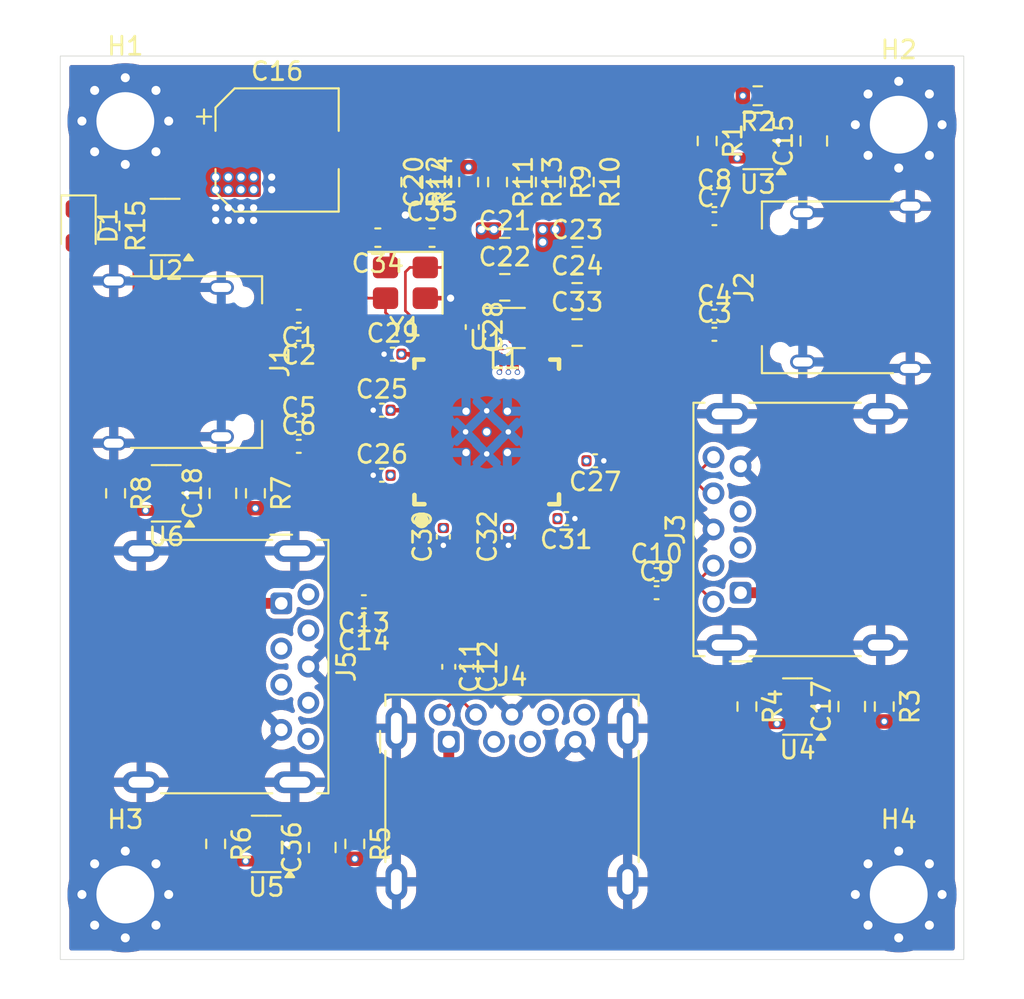
<source format=kicad_pcb>
(kicad_pcb (version 20241229) (generator "pcbnew") (generator_version "9.0")
  (layers (0 "F.Cu" signal "Front") (4 "In1.Cu" power) (6 "In2.Cu" signal) (8 "In3.Cu" mixed) (10 "In4.Cu" power) (2 "B.Cu" signal "Back") (13 "F.Paste" user) (15 "B.Paste" user) (5 "F.SilkS" user "F.Silkscreen") (7 "B.SilkS" user "B.Silkscreen") (1 "F.Mask" user) (3 "B.Mask" user) (25 "Edge.Cuts" user))
  (net 0 "")
  (net 1 "/UP_SS_TXC_P")
  (net 2 "/UP_SS_TX_P")
  (net 3 "/UP_SS_TXC_N")
  (net 4 "/UP_SS_TX_N")
  (net 5 "/UPC_SS_TX_P")
  (net 6 "/UPC_SS_TXC_P")
  (net 7 "/UPC_SS_TX_N")
  (net 8 "/UPC_SS_TXC_N")
  (net 9 "/P1C_SS_TX_P")
  (net 10 "/P1C_SS_TXC_P")
  (net 12 "/P1C_SS_TX_N")
  (net 13 "/P1C_SS_TXC_N")
  (net 14 "/P2_SS_TX_P")
  (net 15 "/P2_SS_TXC_P")
  (net 16 "/P2_SS_TXC_N")
  (net 17 "/P2_SS_TX_N")
  (net 19 "/P3_SS_TX_P")
  (net 20 "/P3_SS_TXC_P")
  (net 21 "/P3_SS_TX_N")
  (net 22 "/P3_SS_TXC_N")
  (net 23 "/P4_SS_TXC_P")
  (net 24 "/P4_SS_TX_P")
  (net 25 "/P4_SS_TX_N")
  (net 26 "/P4_SS_TXC_N")
  (net 27 "VBUS_OUT1")
  (net 29 "+5V")
  (net 30 "VBUS_OUT2")
  (net 31 "VBUS_OUT3")
  (net 32 "VBUS_OUT4")
  (net 34 "Net-(U1-RESET#)")
  (net 35 "+1V2")
  (net 36 "+3.3V")
  (net 37 "Net-(U1-XI)")
  (net 38 "Net-(U1-XO)")
  (net 39 "Net-(D1-A)")
  (net 40 "/UP_CC1")
  (net 41 "VBUS")
  (net 42 "/UPC_SS_RX_N")
  (net 43 "/UP_HS_P")
  (net 44 "/UP_SS_RX_P")
  (net 45 "/UP_CC2")
  (net 46 "/UP_SS_RX_N")
  (net 47 "/UP_HS_N")
  (net 48 "/UPC_SS_RX_P")
  (net 49 "/P1C_SS_RX_P")
  (net 50 "/P1_CC2")
  (net 51 "/P1_CC1")
  (net 52 "/P1_HS_N")
  (net 53 "/P1_HS_P")
  (net 54 "/P1C_SS_RX_N")
  (net 55 "/P2_HS_P")
  (net 56 "/P2_SS_RX_P")
  (net 57 "/P2_HS_N")
  (net 58 "/P2_SS_RX_N")
  (net 59 "/P3_SS_RX_N")
  (net 60 "/P3_HS_N")
  (net 62 "/P3_HS_P")
  (net 63 "/P3_SS_RX_P")
  (net 64 "/P4_HS_N")
  (net 65 "/P4_HS_P")
  (net 66 "/P4_SS_RX_N")
  (net 67 "/P4_SS_RX_P")
  (net 68 "/VSW")
  (net 69 "Net-(U3-ISET)")
  (net 70 "/~{OVRCUR1}")
  (net 71 "/~{OVRCUR2}")
  (net 72 "Net-(U4-ISET)")
  (net 73 "/~{OVRCUR3}")
  (net 74 "Net-(U5-ISET)")
  (net 75 "/~{OVRCUR4}")
  (net 76 "Net-(U6-ISET)")
  (net 77 "Net-(U1-SMB_CLK{slash}SCL{slash}EXCH#)")
  (net 78 "Net-(U1-SMB_DAT{slash}SDA)")
  (net 79 "Net-(U1-SUSP{slash}PD_HUB#)")
  (net 80 "/~{PWREN2}")
  (net 81 "/~{PWREN3}")
  (net 82 "/~{PWREN1}")
  (net 83 "/~{PWREN4}")
  (net 84 "/P1_SS_TXC_P")
  (net 85 "/P1_SS_TX_P")
  (net 86 "/P1_SS_TXC_N")
  (net 87 "/P1_SS_TX_N")
  (net 88 "/P1_SS_RX_N")
  (net 89 "/P1_SS_RX_P")
  (net 90 "GND")
  (footprint "Capacitor_SMD:CP_Elec_6.3x7.7" (layer "F.Cu") (at 83.8 125)
    (property "Reference" "C16")
    (property "Value" "100u/25V")
  )
  (footprint "Capacitor_SMD:C_0805_2012Metric" (layer "F.Cu") (at 100.39999 135.10001)
    (property "Reference" "C33")
    (property "Value" "1u")
  )
  (footprint "Capacitor_SMD:C_0402_1005Metric" (layer "F.Cu") (at 85 141.4)
    (property "Reference" "C6")
    (property "Value" "100n")
  )
  (footprint "Capacitor_SMD:C_0402_1005Metric" (layer "F.Cu") (at 108 135.2)
    (property "Reference" "C3")
    (property "Value" "100n")
  )
  (footprint "Resistor_SMD:R_0603_1608Metric" (layer "F.Cu") (at 91.2 126.775 -90)
    (property "Reference" "R12")
    (property "Value" "0")
  )
  (footprint "Resistor_SMD:R_0603_1608Metric" (layer "F.Cu") (at 97.6 126.775 -90)
    (property "Reference" "R13")
    (property "Value" "10k")
  )
  (footprint "Capacitor_SMD:C_0805_2012Metric" (layer "F.Cu") (at 115.6 155.8 90)
    (property "Reference" "C17")
    (property "Value" "22u")
  )
  (footprint "Resistor_SMD:R_0603_1608Metric" (layer "F.Cu") (at 117.4 155.8 -90)
    (property "Reference" "R3")
    (property "Value" "100k")
  )
  (footprint "Resistor_SMD:R_0603_1608Metric" (layer "F.Cu") (at 74.8625 144 -90)
    (property "Reference" "R8")
    (property "Value" "100k")
  )
  (footprint "MountingHole:MountingHole_3.2mm_M3_Pad_Via" (layer "F.Cu") (at 75.4 166.2)
    (property "Reference" "H3")
    (property "Value" "MountingHole_Pad")
  )
  (footprint "Capacitor_SMD:C_0805_2012Metric" (layer "F.Cu") (at 96.39999 132.60001)
    (property "Reference" "C22")
    (property "Value" "10u")
  )
  (footprint "Resistor_SMD:R_0603_1608Metric" (layer "F.Cu") (at 80.4 163.4 -90)
    (property "Reference" "R6")
    (property "Value" "100k")
  )
  (footprint "Capacitor_SMD:C_0402_1005Metric" (layer "F.Cu") (at 88.6 151 180)
    (property "Reference" "C14")
    (property "Value" "100n")
  )
  (footprint "Capacitor_SMD:C_0402_1005Metric" (layer "F.Cu") (at 104.8 149.5)
    (property "Reference" "C9")
    (property "Value" "100n")
  )
  (footprint "Resistor_SMD:R_0603_1608Metric" (layer "F.Cu") (at 100.8 126.775 -90)
    (property "Reference" "R10")
    (property "Value" "5k1")
  )
  (footprint "Resistor_SMD:R_0603_1608Metric" (layer "F.Cu") (at 82.6 144 -90)
    (property "Reference" "R7")
    (property "Value" "100k")
  )
  (footprint "Connector_USB:USB_C_Receptacle_Amphenol_12401610E4-2A" (layer "F.Cu") (at 77.6 136.7375 -90)
    (property "Reference" "J1")
    (property "Value" "USB_C_Receptacle")
  )
  (footprint "Package_TO_SOT_SMD:SOT-23-6" (layer "F.Cu") (at 112.6 155.8 180)
    (property "Reference" "U4")
    (property "Value" "CH217K")
  )
  (footprint "Capacitor_SMD:C_0402_1005Metric" (layer "F.Cu") (at 104.8 148.5)
    (property "Reference" "C10")
    (property "Value" "100n")
  )
  (footprint "Resistor_SMD:R_0603_1608Metric" (layer "F.Cu") (at 107.6 124.5 -90)
    (property "Reference" "R1")
    (property "Value" "100k")
  )
  (footprint "CHXXX:QFN68_8X8" (layer "F.Cu") (at 95.4 140.6)
    (property "Reference" "U1")
    (property "Value" "~")
  )
  (footprint "Capacitor_SMD:C_0402_1005Metric" (layer "F.Cu") (at 88.6 150 180)
    (property "Reference" "C13")
    (property "Value" "100n")
  )
  (footprint "LED_SMD:LED_0805_2012Metric" (layer "F.Cu") (at 72.8 129.2 -90)
    (property "Reference" "D1")
    (property "Value" "LED")
  )
  (footprint "Resistor_SMD:R_0603_1608Metric" (layer "F.Cu") (at 94.4 126.775 90)
    (property "Reference" "R14")
    (property "Value" "10k")
  )
  (footprint "Package_TO_SOT_SMD:SOT-23-3" (layer "F.Cu") (at 77.6 129.2625 180)
    (property "Reference" "U2")
    (property "Value" "CH213K")
  )
  (footprint "Capacitor_SMD:C_0805_2012Metric" (layer "F.Cu") (at 96.39999 130.60001)
    (property "Reference" "C21")
    (property "Value" "1u")
  )
  (footprint "Capacitor_SMD:C_0402_1005Metric" (layer "F.Cu") (at 93 146.4 90)
    (property "Reference" "C30")
    (property "Value" "100n")
  )
  (footprint "Connector_USB:USB3_A_Molex_48393-001" (layer "F.Cu") (at 93.3 157.75)
    (property "Reference" "J4")
    (property "Value" "USB3_A")
  )
  (footprint "Capacitor_SMD:C_0603_1608Metric" (layer "F.Cu") (at 92.8 126.775 90)
    (property "Reference" "C20")
    (property "Value" "100n")
  )
  (footprint "Capacitor_SMD:C_0402_1005Metric" (layer "F.Cu") (at 93.3 153.6 -90)
    (property "Reference" "C11")
    (property "Value" "100n")
  )
  (footprint "Capacitor_SMD:C_0805_2012Metric" (layer "F.Cu") (at 100.39999 133.10001)
    (property "Reference" "C24")
    (property "Value" "10u")
  )
  (footprint "Resistor_SMD:R_0603_1608Metric" (layer "F.Cu") (at 99.2 126.775 -90)
    (property "Reference" "R9")
    (property "Value" "5k1")
  )
  (footprint "Capacitor_SMD:C_0402_1005Metric" (layer "F.Cu") (at 101.4 142.2 180)
    (property "Reference" "C27")
    (property "Value" "100n")
  )
  (footprint "Capacitor_SMD:C_0402_1005Metric" (layer "F.Cu") (at 94.3 153.6 -90)
    (property "Reference" "C12")
    (property "Value" "100n")
  )
  (footprint "Connector_USB:USB3_A_Molex_48393-001" (layer "F.Cu") (at 84.03045 150.089402 -90)
    (property "Reference" "J5")
    (property "Value" "USB3_A")
  )
  (footprint "Capacitor_SMD:C_0402_1005Metric" (layer "F.Cu") (at 108 127.8)
    (property "Reference" "C8")
    (property "Value" "100n")
  )
  (footprint "MountingHole:MountingHole_3.2mm_M3_Pad_Via" (layer "F.Cu") (at 75.4 123.4)
    (property "Reference" "H1")
    (property "Value" "MountingHole_Pad")
  )
  (footprint "Package_TO_SOT_SMD:SOT-23-6" (layer "F.Cu") (at 77.6625 144 180)
    (property "Reference" "U6")
    (property "Value" "CH217K")
  )
  (footprint "Resistor_SMD:R_0603_1608Metric" (layer "F.Cu") (at 110.4 122 180)
    (property "Reference" "R2")
    (property "Value" "100k")
  )
  (footprint "Capacitor_SMD:C_0402_1005Metric" (layer "F.Cu") (at 108 134.2)
    (property "Reference" "C4")
    (property "Value" "100n")
  )
  (footprint "MountingHole:MountingHole_3.2mm_M3_Pad_Via" (layer "F.Cu") (at 118.2 166.2)
    (property "Reference" "H4")
    (property "Value" "MountingHole_Pad")
  )
  (footprint "Connector_USB:USB_C_Receptacle_Amphenol_12401610E4-2A" (layer "F.Cu") (at 116 132.6 90)
    (property "Reference" "J2")
    (property "Value" "USB_C_Receptacle")
  )
  (footprint "Capacitor_SMD:C_0402_1005Metric" (layer "F.Cu") (at 99.8 145.4 180)
    (property "Reference" "C31")
    (property "Value" "100n")
  )
  (footprint "Resistor_SMD:R_0603_1608Metric" (layer "F.Cu") (at 74.55 129.2 -90)
    (property "Reference" "R15")
    (property "Value" "5k1")
  )
  (footprint "Crystal:Crystal_SMD_3225-4Pin_3.2x2.5mm" (layer "F.Cu") (at 90.89999 132.35001 180)
    (property "Reference" "Y1")
    (property "Value" "X322524MOB4SI")
  )
  (footprint "MountingHole:MountingHole_3.2mm_M3_Pad_Via" (layer "F.Cu") (at 118.2 123.6)
    (property "Reference" "H2")
    (property "Value" "MountingHole_Pad")
  )
  (footprint "Capacitor_SMD:C_0402_1005Metric" (layer "F.Cu") (at 85 134.2 180)
    (property "Reference" "C1")
    (property "Value" "100n")
  )
  (footprint "Capacitor_SMD:C_0603_1608Metric" (layer "F.Cu") (at 89.37499 129.85001 180)
    (property "Reference" "C34")
    (property "Value" "10p")
  )
  (footprint "Capacitor_SMD:C_0402_1005Metric" (layer "F.Cu") (at 89.6 143)
    (property "Reference" "C26")
    (property "Value" "100n")
  )
  (footprint "Capacitor_SMD:C_0402_1005Metric" (layer "F.Cu") (at 90.2 136.3)
    (property "Reference" "C29")
    (property "Value" "100n")
  )
  (footprint "Inductor_SMD:L_Changjiang_FTC201610D" (layer "F.Cu") (at 96.39999 134.85001 180)
    (property "Reference" "L1")
    (property "Value" "C5832372")
  )
  (footprint "Capacitor_SMD:C_0402_1005Metric" (layer "F.Cu") (at 94.6 134.8 -90)
    (property "Reference" "C28")
    (property "Value" "100n")
  )
  (footprint "Capacitor_SMD:C_0805_2012Metric" (layer "F.Cu") (at 86.3 163.6 90)
    (property "Reference" "C36")
    (property "Value" "22u")
  )
  (footprint "Capacitor_SMD:C_0402_1005Metric" (layer "F.Cu") (at 108 128.8)
    (property "Reference" "C7")
    (property "Value" "100n")
  )
  (footprint "Capacitor_SMD:C_0402_1005Metric" (layer "F.Cu") (at 89.6 139.4)
    (property "Reference" "C25")
    (property "Value" "100n")
  )
  (footprint "Resistor_SMD:R_0603_1608Metric" (layer "F.Cu") (at 96 126.775 -90)
    (property "Reference" "R11")
    (property "Value" "10k")
  )
  (footprint "Capacitor_SMD:C_0402_1005Metric" (layer "F.Cu") (at 85 135.2 180)
    (property "Reference" "C2")
    (property "Value" "100n")
  )
  (footprint "Capacitor_SMD:C_0402_1005Metric" (layer "F.Cu") (at 85 140.4)
    (property "Reference" "C5")
    (property "Value" "100n")
  )
  (footprint "Capacitor_SMD:C_0805_2012Metric" (layer "F.Cu") (at 80.8 144 90)
    (property "Reference" "C18")
    (property "Value" "22u")
  )
  (footprint "Package_TO_SOT_SMD:SOT-23-6" (layer "F.Cu") (at 110.4 124.5 180)
    (property "Reference" "U3")
    (property "Value" "CH217K")
  )
  (footprint "Capacitor_SMD:C_0805_2012Metric" (layer "F.Cu") (at 113.5 124.5 90)
    (property "Reference" "C15")
    (property "Value" "22u")
  )
  (footprint "Resistor_SMD:R_0603_1608Metric" (layer "F.Cu") (at 109.8 155.8 -90)
    (property "Reference" "R4")
    (property "Value" "100k")
  )
  (footprint "Package_TO_SOT_SMD:SOT-23-6" (layer "F.Cu") (at 83.2 163.4 180)
    (property "Reference" "U5")
    (property "Value" "CH217K")
  )
  (footprint "Capacitor_SMD:C_0805_2012Metric" (layer "F.Cu") (at 100.39999 131.10001)
    (property "Reference" "C23")
    (property "Value" "1u")
  )
  (footprint "Connector_USB:USB3_A_Molex_48393-001" (layer "F.Cu") (at 109.45 149.5 90)
    (property "Reference" "J3")
    (property "Value" "USB3_A")
  )
  (footprint "Capacitor_SMD:C_0603_1608Metric" (layer "F.Cu") (at 92.37499 129.85001)
    (property "Reference" "C35")
    (property "Value" "10p")
  )
  (footprint "Capacitor_SMD:C_0402_1005Metric" (layer "F.Cu") (at 96.6 146.4 90)
    (property "Reference" "C32")
    (property "Value" "100n")
  )
  (footprint "Resistor_SMD:R_0603_1608Metric" (layer "F.Cu") (at 88.1 163.4 -90)
    (property "Reference" "R5")
    (property "Value" "100k")
  )
  (gr_rect (start 71.8 119.8) (end 121.8 169.8) (stroke (width 0.0381)) (fill no) (layer "Edge.Cuts"))
  (segment (start 107.12875 149.17875) (end 106.066251 149.17875) (width 0.1575) (layer "F.Cu") (net 14))
  (segment (start 106.066251 149.17875) (end 105.745001 149.5) (width 0.1575) (layer "F.Cu") (net 14))
  (segment (start 107.95 150) (end 107.12875 149.17875) (width 0.1575) (layer "F.Cu") (net 14))
  (segment (start 105.745001 149.5) (end 105.28 149.5) (width 0.1575) (layer "F.Cu") (net 14))
  (segment (start 96.19999 144.58222) (end 96.19999 144.98222) (width 0.1575) (layer "F.Cu") (net 15))
  (segment (start 103.533749 149.17875) (end 96.625958 149.17875) (width 0.1575) (layer "F.Cu") (net 15))
  (segment (start 96.01025 145.642542) (end 95.926396 145.726396) (width 0.1575) (layer "F.Cu") (net 15))
  (segment (start 95.52125 148.074042) (end 95.52125 146.3) (width 0.1575) (layer "F.Cu") (net 15))
  (segment (start 103.854999 149.5) (end 103.533749 149.17875) (width 0.1575) (layer "F.Cu") (net 15))
  (segment (start 96.625958 149.17875) (end 95.52125 148.074042) (width 0.1575) (layer "F.Cu") (net 15))
  (segment (start 96.19999 144.98222) (end 96.17874 145.00347) (width 0.1575) (layer "F.Cu") (net 15))
  (segment (start 104.32 149.5) (end 103.854999 149.5) (width 0.1575) (layer "F.Cu") (net 15))
  (segment (start 96.17874 145.00347) (end 96.17874 145.433764) (width 0.1575) (layer "F.Cu") (net 15))
  (segment (start 96.17874 145.433764) (end 96.01025 145.602254) (width 0.1575) (layer "F.Cu") (net 15))
  (segment (start 96.01025 145.602254) (end 96.01025 145.642542) (width 0.1575) (layer "F.Cu") (net 15))
  (segment (start 95.65077 145.453353) (end 95.65077 145.473604) (width 0.1575) (layer "F.Cu") (net 16))
  (segment (start 96.774042 148.82125) (end 95.87875 147.925958) (width 0.1575) (layer "F.Cu") (net 16))
  (segment (start 95.79999 144.98222) (end 95.81926 145.00149) (width 0.1575) (layer "F.Cu") (net 16))
  (segment (start 103.854999 148.5) (end 103.533749 148.82125) (width 0.1575) (layer "F.Cu") (net 16))
  (segment (start 95.87875 147.925958) (end 95.87875 146.3) (width 0.1575) (layer "F.Cu") (net 16))
  (segment (start 103.533749 148.82125) (end 96.774042 148.82125) (width 0.1575) (layer "F.Cu") (net 16))
  (segment (start 104.32 148.5) (end 103.854999 148.5) (width 0.1575) (layer "F.Cu") (net 16))
  (segment (start 95.81926 145.00149) (end 95.81926 145.284862) (width 0.1575) (layer "F.Cu") (net 16))
  (segment (start 95.79999 144.58222) (end 95.79999 144.98222) (width 0.1575) (layer "F.Cu") (net 16))
  (segment (start 95.81926 145.284862) (end 95.65077 145.453353) (width 0.1575) (layer "F.Cu") (net 16))
  (segment (start 107.12875 148.82125) (end 106.066251 148.82125) (width 0.1575) (layer "F.Cu") (net 17))
  (segment (start 105.745001 148.5) (end 105.28 148.5) (width 0.1575) (layer "F.Cu") (net 17))
  (segment (start 106.066251 148.82125) (end 105.745001 148.5) (width 0.1575) (layer "F.Cu") (net 17))
  (segment (start 107.95 148) (end 107.12875 148.82125) (width 0.1575) (layer "F.Cu") (net 17))
  (segment (start 92.8 156.25) (end 93.62125 155.42875) (width 0.1575) (layer "F.Cu") (net 19))
  (segment (start 93.62125 154.866251) (end 93.3 154.545001) (width 0.1575) (layer "F.Cu") (net 19))
  (segment (start 93.62125 155.42875) (end 93.62125 154.866251) (width 0.1575) (layer "F.Cu") (net 19))
  (segment (start 93.3 154.545001) (end 93.3 154.08) (width 0.1575) (layer "F.Cu") (net 19))
  (segment (start 93.97875 154.866251) (end 94.3 154.545001) (width 0.1575) (layer "F.Cu") (net 21))
  (segment (start 94.8 156.25) (end 93.97875 155.42875) (width 0.1575) (layer "F.Cu") (net 21))
  (segment (start 94.3 154.545001) (end 94.3 154.08) (width 0.1575) (layer "F.Cu") (net 21))
  (segment (start 93.97875 155.42875) (end 93.97875 154.866251) (width 0.1575) (layer "F.Cu") (net 21))
  (segment (start 115.9 131.7) (end 114.1 131.7) (width 0.5) (layer "F.Cu") (net 27))
  (segment (start 116 128.8) (end 116 131.6) (width 0.5) (layer "F.Cu") (net 27))
  (segment (start 113.5 125.45) (end 116 127.95) (width 0.5) (layer "F.Cu") (net 27))
  (segment (start 116 131.6) (end 115.9 131.7) (width 0.5) (layer "F.Cu") (net 27))
  (segment (start 111.5375 125.45) (end 113.5 125.45) (width 0.5) (layer "F.Cu") (net 27))
  (segment (start 116 127.95) (end 116 128.8) (width 0.5) (layer "F.Cu") (net 27))
  (via (at 111.4625 156.75) (size 0.45) (drill 0.3) (layers "F.Cu" "B.Cu") (net 29))
  (via (at 82.5 127.2) (size 0.6) (drill 0.4) (layers "F.Cu" "B.Cu") (net 29))
  (via (at 98.5 129.4) (size 0.6) (drill 0.4) (layers "F.Cu" "B.Cu") (net 29))
  (via (at 81.8 127.2) (size 0.6) (drill 0.4) (layers "F.Cu" "B.Cu") (net 29))
  (via (at 80.4 126.5) (size 0.6) (drill 0.4) (layers "F.Cu" "B.Cu") (net 29))
  (via (at 81.8 126.5) (size 0.6) (drill 0.4) (layers "F.Cu" "B.Cu") (net 29))
  (via (at 81.1 127.2) (size 0.6) (drill 0.4) (layers "F.Cu" "B.Cu") (net 29))
  (via (at 82.5 126.5) (size 0.6) (drill 0.4) (layers "F.Cu" "B.Cu") (net 29))
  (via (at 81.1 126.5) (size 0.6) (drill 0.4) (layers "F.Cu" "B.Cu") (net 29))
  (via (at 98.5 130.1) (size 0.6) (drill 0.4) (layers "F.Cu" "B.Cu") (net 29))
  (via (at 82.0625 164.35) (size 0.45) (drill 0.3) (layers "F.Cu" "B.Cu") (net 29))
  (via (at 109.2625 125.45) (size 0.45) (drill 0.3) (layers "F.Cu" "B.Cu") (net 29))
  (via (at 80.4 127.2) (size 0.6) (drill 0.4) (layers "F.Cu" "B.Cu") (net 29))
  (via (at 99.2 129.4) (size 0.6) (drill 0.4) (layers "F.Cu" "B.Cu") (net 29))
  (via (at 76.525 144.95) (size 0.45) (drill 0.3) (layers "F.Cu" "B.Cu") (net 29))
  (segment (start 115.6 158.2) (end 116.1 158.7) (width 0.6) (layer "F.Cu") (net 30))
  (segment (start 119.6 150.1) (end 119 149.5) (width 0.6) (layer "F.Cu") (net 30))
  (segment (start 116.1 158.7) (end 119 158.7) (width 0.6) (layer "F.Cu") (net 30))
  (segment (start 113.7375 156.75) (end 115.6 156.75) (width 0.6) (layer "F.Cu") (net 30))
  (segment (start 115.6 156.75) (end 115.6 158.2) (width 0.6) (layer "F.Cu") (net 30))
  (segment (start 119 149.5) (end 109.45 149.5) (width 0.6) (layer "F.Cu") (net 30))
  (segment (start 119.6 158.1) (end 119.6 150.1) (width 0.6) (layer "F.Cu") (net 30))
  (segment (start 119 158.7) (end 119.6 158.1) (width 0.6) (layer "F.Cu") (net 30))
  (segment (start 92.6 167.4) (end 93.3 166.7) (width 0.6) (layer "F.Cu") (net 31))
  (segment (start 86.3 166.7) (end 87 167.4) (width 0.6) (layer "F.Cu") (net 31))
  (segment (start 87 167.4) (end 92.6 167.4) (width 0.6) (layer "F.Cu") (net 31))
  (segment (start 86.3 164.55) (end 86.3 166.7) (width 0.6) (layer "F.Cu") (net 31))
  (segment (start 86.1 164.35) (end 86.3 164.55) (width 0.6) (layer "F.Cu") (net 31))
  (segment (start 93.3 166.7) (end 93.3 157.75) (width 0.6) (layer "F.Cu") (net 31))
  (segment (start 84.3375 164.35) (end 86.1 164.35) (width 0.6) (layer "F.Cu") (net 31))
  (segment (start 81.089402 150.089402) (end 80.8 149.8) (width 0.6) (layer "F.Cu") (net 32))
  (segment (start 80.8 144.95) (end 78.8 144.95) (width 0.6) (layer "F.Cu") (net 32))
  (segment (start 80.8 149.8) (end 80.8 144.95) (width 0.6) (layer "F.Cu") (net 32))
  (segment (start 84.03045 150.089402) (end 81.089402 150.089402) (width 0.6) (layer "F.Cu") (net 32))
  (segment (start 91.38219 139.40001) (end 90.08001 139.40001) (width 0.25) (layer "F.Cu") (net 35))
  (segment (start 91.1 136.3) (end 91.38219 136.58219) (width 0.25) (layer "F.Cu") (net 35))
  (segment (start 90.08001 139.40001) (end 90.08 139.4) (width 0.25) (layer "F.Cu") (net 35))
  (segment (start 91.38219 136.58219) (end 91.38219 137.40001) (width 0.25) (layer "F.Cu") (net 35))
  (segment (start 90.68 136.3) (end 91.1 136.3) (width 0.25) (layer "F.Cu") (net 35))
  (via (at 99.32 145.4) (size 0.45) (drill 0.3) (layers "F.Cu" "B.Cu") (net 35))
  (via (at 96.6 145.92) (size 0.45) (drill 0.3) (layers "F.Cu" "B.Cu") (net 35))
  (via (at 100.92 142.2) (size 0.45) (drill 0.3) (layers "F.Cu" "B.Cu") (net 35))
  (via (at 90.08 139.4) (size 0.45) (drill 0.3) (layers "F.Cu" "B.Cu") (net 35))
  (via (at 95.8 129.4) (size 0.6) (drill 0.4) (layers "F.Cu" "B.Cu") (net 35))
  (via (at 95.1 129.4) (size 0.6) (drill 0.4) (layers "F.Cu" "B.Cu") (net 35))
  (via (at 93 145.92) (size 0.45) (drill 0.3) (layers "F.Cu" "B.Cu") (net 35))
  (via (at 90.68 136.3) (size 0.45) (drill 0.3) (layers "F.Cu" "B.Cu") (net 35))
  (via (at 90.08 143) (size 0.45) (drill 0.3) (layers "F.Cu" "B.Cu") (net 35))
  (via (at 82.6 144.825) (size 0.45) (drill 0.3) (layers "F.Cu" "B.Cu") (net 36))
  (via (at 117.4 156.625) (size 0.45) (drill 0.3) (layers "F.Cu" "B.Cu") (net 36))
  (via (at 109.575 122) (size 0.45) (drill 0.3) (layers "F.Cu" "B.Cu") (net 36))
  (via (at 88.1 164.225) (size 0.45) (drill 0.3) (layers "F.Cu" "B.Cu") (net 36))
  (via (at 94.4 125.95) (size 0.45) (drill 0.3) (layers "F.Cu" "B.Cu") (net 36))
  (segment (start 89.79999 133.20001) (end 89.79999 133.99999) (width 0.15) (layer "F.Cu") (net 37))
  (segment (start 89.79999 133.99999) (end 90 134.2) (width 0.15) (layer "F.Cu") (net 37))
  (segment (start 90 134.2) (end 90.703611 134.2) (width 0.15) (layer "F.Cu") (net 37))
  (segment (start 92.454612 135.151) (end 93.39999 136.096378) (width 0.15) (layer "F.Cu") (net 37))
  (segment (start 88.59999 132.99999) (end 88.80001 133.20001) (width 0.15) (layer "F.Cu") (net 37))
  (segment (start 88.59999 129.85001) (end 88.59999 132.99999) (width 0.15) (layer "F.Cu") (net 37))
  (segment (start 90.703611 134.2) (end 91.654612 135.151) (width 0.15) (layer "F.Cu") (net 37))
  (segment (start 93.39999 136.096378) (end 93.39999 136.61778) (width 0.15) (layer "F.Cu") (net 37))
  (segment (start 88.80001 133.20001) (end 89.79999 133.20001) (width 0.15) (layer "F.Cu") (net 37))
  (segment (start 91.654612 135.151) (end 92.454612 135.151) (width 0.15) (layer "F.Cu") (net 37))
  (segment (start 91.8 134.8) (end 90.9 133.9) (width 0.15) (layer "F.Cu") (net 38))
  (segment (start 93.79999 136.61778) (end 93.79999 135.99999) (width 0.15) (layer "F.Cu") (net 38))
  (segment (start 93.79999 135.99999) (end 92.6 134.8) (width 0.15) (layer "F.Cu") (net 38))
  (segment (start 92.6 134.8) (end 91.8 134.8) (width 0.15) (layer "F.Cu") (net 38))
  (segment (start 91.14999 131.50001) (end 91.99999 131.50001) (width 0.15) (layer "F.Cu") (net 38))
  (segment (start 92.89999 131.50001) (end 91.99999 131.50001) (width 0.15) (layer "F.Cu") (net 38))
  (segment (start 90.9 131.75) (end 91.14999 131.50001) (width 0.15) (layer "F.Cu") (net 38))
  (segment (start 93.14999 131.25001) (end 92.89999 131.50001) (width 0.15) (layer "F.Cu") (net 38))
  (segment (start 90.9 133.9) (end 90.9 131.75) (width 0.15) (layer "F.Cu") (net 38))
  (segment (start 93.14999 129.85001) (end 93.14999 131.25001) (width 0.15) (layer "F.Cu") (net 38))
  (segment (start 96.06777 136) (end 96.3 136) (width 0.15) (layer "F.Cu") (net 40))
  (segment (start 95.79999 136.61778) (end 95.79999 136.26778) (width 0.15) (layer "F.Cu") (net 40))
  (segment (start 96.3 136) (end 96.4 135.9) (width 0.15) (layer "F.Cu") (net 40))
  (segment (start 95.79999 136.26778) (end 96.06777 136) (width 0.15) (layer "F.Cu") (net 40))
  (via (at 96.4 135.9) (size 0.3) (drill 0.2) (layers "F.Cu" "B.Cu") (net 40))
  (segment (start 96.174 137.3) (end 96.174 136.64377) (width 0.15) (layer "F.Cu") (net 45))
  (segment (start 96.099997 137.3) (end 96.174 137.3) (width 0.15) (layer "F.Cu") (net 45))
  (segment (start 96.174 136.64377) (end 96.19999 136.61778) (width 0.15) (layer "F.Cu") (net 45))
  (via (at 96.099997 137.3) (size 0.3) (drill 0.2) (layers "F.Cu" "B.Cu") (net 45))
  (segment (start 96.99999 136.61778) (end 97.100003 136.717793) (width 0.15) (layer "F.Cu") (net 50))
  (segment (start 97.100003 136.717793) (end 97.100003 137.3) (width 0.15) (layer "F.Cu") (net 50))
  (via (at 97.100003 137.3) (size 0.3) (drill 0.2) (layers "F.Cu" "B.Cu") (net 50))
  (segment (start 96.59999 137.29999) (end 96.6 137.3) (width 0.15) (layer "F.Cu") (net 51))
  (segment (start 96.59999 136.61778) (end 96.59999 137.29999) (width 0.15) (layer "F.Cu") (net 51))
  (via (at 96.6 137.3) (size 0.3) (drill 0.2) (layers "F.Cu" "B.Cu") (net 51))
  (segment (start 97.38072 145.00149) (end 97.38072 145.21413) (width 0.1575) (layer "F.Cu") (net 56))
  (segment (start 97.927795 146.873604) (end 98.475441 147.42125) (width 0.1575) (layer "F.Cu") (net 56))
  (segment (start 102.325958 147.42125) (end 104.82125 144.925958) (width 0.1575) (layer "F.Cu") (net 56))
  (segment (start 97.39999 144.58222) (end 97.39999 144.98222) (width 0.1575) (layer "F.Cu") (net 56))
  (segment (start 98.475441 147.42125) (end 102.325958 147.42125) (width 0.1575) (layer "F.Cu") (net 56))
  (segment (start 105.725958 143.02125) (end 106.92875 143.02125) (width 0.1575) (layer "F.Cu") (net 56))
  (segment (start 104.82125 143.925958) (end 105.725958 143.02125) (width 0.1575) (layer "F.Cu") (net 56))
  (segment (start 97.59923 145.432641) (end 97.59923 146.54364) (width 0.1575) (layer "F.Cu") (net 56))
  (segment (start 106.92875 143.02125) (end 107.95 142) (width 0.1575) (layer "F.Cu") (net 56))
  (segment (start 97.59923 146.54364) (end 97.927795 146.872205) (width 0.1575) (layer "F.Cu") (net 56))
  (segment (start 97.927795 146.872205) (end 97.927795 146.873604) (width 0.1575) (layer "F.Cu") (net 56))
  (segment (start 97.38072 145.21413) (end 97.59923 145.432641) (width 0.1575) (layer "F.Cu") (net 56))
  (segment (start 97.39999 144.98222) (end 97.38072 145.00149) (width 0.1575) (layer "F.Cu") (net 56))
  (segment (start 104.82125 144.925958) (end 104.82125 143.925958) (width 0.1575) (layer "F.Cu") (net 56))
  (segment (start 97.23975 145.581542) (end 97.23975 146.692542) (width 0.1575) (layer "F.Cu") (net 58))
  (segment (start 102.474042 147.77875) (end 105.17875 145.074042) (width 0.1575) (layer "F.Cu") (net 58))
  (segment (start 97.02124 145.363032) (end 97.23975 145.581542) (width 0.1575) (layer "F.Cu") (net 58))
  (segment (start 105.17875 144.074042) (end 105.874042 143.37875) (width 0.1575) (layer "F.Cu") (net 58))
  (segment (start 96.99999 144.58222) (end 96.99999 144.98222) (width 0.1575) (layer "F.Cu") (net 58))
  (segment (start 97.673604 147.126396) (end 97.675003 147.126396) (width 0.1575) (layer "F.Cu") (net 58))
  (segment (start 97.23975 146.692542) (end 97.673604 147.126396) (width 0.1575) (layer "F.Cu") (net 58))
  (segment (start 96.99999 144.98222) (end 97.02124 145.00347) (width 0.1575) (layer "F.Cu") (net 58))
  (segment (start 98.327357 147.77875) (end 102.474042 147.77875) (width 0.1575) (layer "F.Cu") (net 58))
  (segment (start 105.874042 143.37875) (end 106.97875 143.37875) (width 0.1575) (layer "F.Cu") (net 58))
  (segment (start 106.97875 143.37875) (end 107.6 144) (width 0.1575) (layer "F.Cu") (net 58))
  (segment (start 105.17875 145.074042) (end 105.17875 144.074042) (width 0.1575) (layer "F.Cu") (net 58))
  (segment (start 97.02124 145.00347) (end 97.02124 145.363032) (width 0.1575) (layer "F.Cu") (net 58))
  (segment (start 107.6 144) (end 107.95 144) (width 0.1575) (layer "F.Cu") (net 58))
  (segment (start 97.675003 147.126396) (end 98.327357 147.77875) (width 0.1575) (layer "F.Cu") (net 58))
  (segment (start 109.2625 124.5) (end 107.7 124.5) (width 0.2) (layer "F.Cu") (net 69))
  (segment (start 107.6 124.4) (end 107.6 123.675) (width 0.2) (layer "F.Cu") (net 69))
  (segment (start 107.7 124.5) (end 107.6 124.4) (width 0.2) (layer "F.Cu") (net 69))
  (segment (start 111.225 122) (end 111.225 122.625) (width 0.2) (layer "F.Cu") (net 70))
  (segment (start 111.225 122.625) (end 111.5375 122.9375) (width 0.2) (layer "F.Cu") (net 70))
  (segment (start 111.5375 122.9375) (end 111.5375 123.55) (width 0.2) (layer "F.Cu") (net 70))
  (segment (start 82.0625 163.4) (end 80.7 163.4) (width 0.2) (layer "F.Cu") (net 74))
  (segment (start 80.7 163.4) (end 80.4 163.1) (width 0.2) (layer "F.Cu") (net 74))
  (segment (start 80.4 163.1) (end 80.4 162.575) (width 0.2) (layer "F.Cu") (net 74))
  (segment (start 98.87684 146.22125) (end 99.2 146.22125) (width 0.1575) (layer "F.Cu") (net 84))
  (segment (start 98.19999 144.58222) (end 98.19999 144.98222) (width 0.1575) (layer "F.Cu") (net 84))
  (segment (start 98.31721 145.66162) (end 98.87684 146.22125) (width 0.1575) (layer "F.Cu") (net 84))
  (segment (start 98.19999 144.98222) (end 98.31721 145.09944) (width 0.1575) (layer "F.Cu") (net 84))
  (segment (start 98.31721 145.09944) (end 98.31721 145.66162) (width 0.1575) (layer "F.Cu") (net 84))
  (segment (start 98.725958 146.57875) (end 99.2 146.57875) (width 0.1575) (layer "F.Cu") (net 86))
  (segment (start 97.79999 144.98222) (end 97.82124 145.00347) (width 0.1575) (layer "F.Cu") (net 86))
  (segment (start 97.82124 145.00347) (end 97.82124 145.147655) (width 0.1575) (layer "F.Cu") (net 86))
  (segment (start 97.95773 145.284147) (end 97.95773 145.810522) (width 0.1575) (layer "F.Cu") (net 86))
  (segment (start 97.79999 144.58222) (end 97.79999 144.98222) (width 0.1575) (layer "F.Cu") (net 86))
  (segment (start 97.95773 145.810522) (end 98.725958 146.57875) (width 0.1575) (layer "F.Cu") (net 86))
  (segment (start 97.82124 145.147655) (end 97.95773 145.284147) (width 0.1575) (layer "F.Cu") (net 86))
  (segment (start 99.83906 143.77876) (end 100.6 143.77876) (width 0.1575) (layer "F.Cu") (net 88))
  (segment (start 99.41781 143.80001) (end 99.81781 143.80001) (width 0.1575) (layer "F.Cu") (net 88))
  (segment (start 99.81781 143.80001) (end 99.83906 143.77876) (width 0.1575) (layer "F.Cu") (net 88))
  (segment (start 99.83906 143.42126) (end 100.6 143.42126) (width 0.1575) (layer "F.Cu") (net 89))
  (segment (start 99.41781 143.40001) (end 99.81781 143.40001) (width 0.1575) (layer "F.Cu") (net 89))
  (segment (start 99.81781 143.40001) (end 99.83906 143.42126) (width 0.1575) (layer "F.Cu") (net 89))
  (segment (start 93.39999 133.20001) (end 93.4 133.2) (width 0.25) (layer "F.Cu") (net 90))
  (segment (start 90.14999 129.85001) (end 90.14999 131.15001) (width 0.25) (layer "F.Cu") (net 90))
  (segment (start 90.14999 131.15001) (end 89.79999 131.50001) (width 0.25) (layer "F.Cu") (net 90))
  (segment (start 91.99999 133.20001) (end 93.39999 133.20001) (width 0.25) (layer "F.Cu") (net 90))
  (via (at 90.9 128.6) (size 0.6) (drill 0.4) (layers "F.Cu" "B.Cu") (net 90))
  (via (at 82.5 128.2) (size 0.6) (drill 0.4) (layers "F.Cu" "B.Cu") (net 90))
  (via (at 89.12 143) (size 0.45) (drill 0.3) (layers "F.Cu" "B.Cu") (net 90))
  (via (at 80.4 128.9) (size 0.6) (drill 0.4) (layers "F.Cu" "B.Cu") (net 90))
  (via (at 101.88 142.2) (size 0.45) (drill 0.3) (layers "F.Cu" "B.Cu") (net 90))
  (via (at 82.5 128.9) (size 0.6) (drill 0.4) (layers "F.Cu" "B.Cu") (net 90))
  (via (at 83.5 127.2) (size 0.6) (drill 0.4) (layers "F.Cu" "B.Cu") (net 90))
  (via (at 81.8 128.2) (size 0.6) (drill 0.4) (layers "F.Cu" "B.Cu") (net 90))
  (via (at 78.8 144) (size 0.45) (drill 0.3) (layers "F.Cu" "B.Cu") (net 90))
  (via (at 81.1 128.2) (size 0.6) (drill 0.4) (layers "F.Cu" "B.Cu") (net 90))
  (via (at 89.12 139.4) (size 0.45) (drill 0.3) (layers "F.Cu" "B.Cu") (net 90))
  (via (at 81.8 128.9) (size 0.6) (drill 0.4) (layers "F.Cu" "B.Cu") (net 90))
  (via (at 89.72 136.3) (size 0.45) (drill 0.3) (layers "F.Cu" "B.Cu") (net 90))
  (via (at 93.39999 133.20001) (size 0.6) (drill 0.4) (layers "F.Cu" "B.Cu") (net 90))
  (via (at 111.5375 124.5) (size 0.45) (drill 0.3) (layers "F.Cu" "B.Cu") (net 90))
  (via (at 81.1 128.9) (size 0.6) (drill 0.4) (layers "F.Cu" "B.Cu") (net 90))
  (via (at 83.5 126.5) (size 0.6) (drill 0.4) (layers "F.Cu" "B.Cu") (net 90))
  (via (at 93 146.88) (size 0.45) (drill 0.3) (layers "F.Cu" "B.Cu") (net 90))
  (via (at 113.7375 155.8) (size 0.45) (drill 0.3) (layers "F.Cu" "B.Cu") (net 90))
  (via (at 84.3375 163.4) (size 0.45) (drill 0.3) (layers "F.Cu" "B.Cu") (net 90))
  (via (at 90.9 128.6) (size 0.6) (drill 0.4) (layers "F.Cu" "B.Cu") (net 90))
  (via (at 100.28 145.4) (size 0.45) (drill 0.3) (layers "F.Cu" "B.Cu") (net 90))
  (via (at 80.4 128.2) (size 0.6) (drill 0.4) (layers "F.Cu" "B.Cu") (net 90))
  (via (at 96.6 146.88) (size 0.45) (drill 0.3) (layers "F.Cu" "B.Cu") (net 90))
  (zone (net 29) (net_name "+5V") (layer "F.Cu") (priority 7) (connect_pads yes (clearance 0.2)) (min_thickness 0.2) (fill yes (thermal_gap 0.5) (thermal_bridge_width 0.5))
    (polygon (pts (xy 82.9 124.2) (xy 79.3 124.2) (xy 79.3 126.2) (xy 77.9 127.6) (xy 77.9 127.6) (xy 77.9 128.8) (xy 79.6 128.8) (xy 79.6 127.9) (xy 79.9 127.6) (xy 82.9 127.6)))
  )
  (zone (net 68) (net_name "/VSW") (layer "F.Cu") (priority 1) (connect_pads yes (clearance 0.2)) (min_thickness 0.2) (fill yes (thermal_gap 0.5) (thermal_bridge_width 0.5))
    (polygon (pts (xy 97.6 137) (xy 97.9 137) (xy 97.9 134) (xy 96.6 134) (xy 96.6 135.7) (xy 97.5 135.7) (xy 97.6 135.8)))
  )
  (zone (net 41) (net_name "VBUS") (layer "F.Cu") (priority 3) (connect_pads yes (clearance 0.2)) (min_thickness 0.2) (fill yes (thermal_gap 0.5) (thermal_bridge_width 0.5))
    (polygon (pts (xy 83 135.7) (xy 83 135.3) (xy 82 135.3) (xy 81.7 135) (xy 78.2 135) (xy 78.2 137.9) (xy 81.5 137.9) (xy 81.8 138.2) (xy 83 138.2) (xy 83 137.8) (xy 82 137.8) (xy 81.8 137.6) (xy 80 137.6) (xy 79.6 137.2) (xy 79.6 135.7) (xy 79.9 135.4) (xy 81.3 135.4) (xy 81.6 135.7)))
  )
  (zone (net 36) (net_name "+3.3V") (layer "F.Cu") (priority 8) (connect_pads yes (clearance 0.2)) (min_thickness 0.2) (fill yes (thermal_gap 0.5) (thermal_bridge_width 0.5))
    (polygon (pts (xy 98.5 136.987007) (xy 98.7 136.987007) (xy 98.7 136.287007) (xy 100.1 136.287007) (xy 100.1 134.387007) (xy 98.9 134.387007) (xy 98.9 135.787007) (xy 98.5 135.787007)))
  )
  (zone (net 41) (net_name "VBUS") (layer "F.Cu") (priority 6) (connect_pads yes (clearance 0.2)) (min_thickness 0.2) (fill yes (thermal_gap 0.5) (thermal_bridge_width 0.5))
    (polygon (pts (xy 78.2 135) (xy 77.199105 135.004607) (xy 77.20003 128.8) (xy 75.9 128.8) (xy 75.8 128.9) (xy 75.8 137.9) (xy 78.2 137.9) (xy 78.2 137.9)))
  )
  (zone (net 35) (net_name "+1V2") (layer "F.Cu") (priority 2) (connect_pads yes (clearance 0.25)) (min_thickness 0.25) (fill yes (thermal_gap 0.5) (thermal_bridge_width 0.5))
    (polygon (pts (xy 94.8 129) (xy 96.2 129) (xy 96.2 135.725) (xy 95.7 136.1) (xy 95.7 137) (xy 95.2 137) (xy 95.2 135.9) (xy 95 135.7) (xy 94.2 135.7) (xy 94.2 134.9) (xy 94.3 134.8) (xy 95 134.8) (xy 95.1 134.7) (xy 95.1 133.7) (xy 94.8 133.4)))
  )
  (zone (net 27) (net_name "VBUS_OUT1") (layer "F.Cu") (priority 9) (connect_pads yes (clearance 0.1)) (min_thickness 0.1) (fill yes (thermal_gap 0.5) (thermal_bridge_width 0.5))
    (polygon (pts (xy 110.6 131.2) (xy 111.9 131.2) (xy 112.1 131.4) (xy 114.4 131.4) (xy 114.4 134.3) (xy 111.6 134.3) (xy 111.3 134) (xy 110.6 134) (xy 110.6 133.7) (xy 111.6 133.7) (xy 111.8 133.9) (xy 113.7 133.9) (xy 113.7 131.8) (xy 112 131.8) (xy 111.8 131.6) (xy 110.6 131.6)))
  )
  (zone (net 29) (net_name "+5V") (layer "F.Cu") (priority 1) (connect_pads yes (clearance 0.1)) (min_thickness 0.1) (fill yes (thermal_gap 0.5) (thermal_bridge_width 0.5))
    (polygon (pts (xy 98.7 135.7) (xy 98.400405 135.7) (xy 98.405676 137) (xy 98.1 137) (xy 98.1 129) (xy 100.1 129) (xy 100.1 133.9) (xy 98.7 133.9)))
  )
  (zone (net 0) (net_name "") (layers "F.Cu" "B.Cu" "In1.Cu" "In2.Cu" "In3.Cu" "In4.Cu") (connect_pads yes (clearance 0)) (min_thickness 0.1)
    (keepout (tracks allowed) (vias allowed) (pads allowed) (copperpour not_allowed) (footprints allowed))
    (fill (thermal_gap 0.5) (thermal_bridge_width 0.5))
    (polygon (pts (xy 88.8 130.6) (xy 93 130.6) (xy 93 134.1) (xy 88.8 134.1)))
  )
  (zone (net 90) (net_name "GND") (layers "F.Cu" "B.Cu" "In1.Cu" "In4.Cu") (connect_pads (clearance 0.25)) (min_thickness 0.25) (fill yes (thermal_gap 0.5) (thermal_bridge_width 0.5))
    (polygon (pts (xy 70.412579 117.9) (xy 122.212579 117.9) (xy 122.212579 171.2) (xy 70.412579 171.2)))
  )
)
</source>
